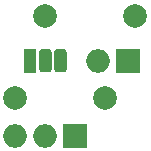
<source format=gbr>
%TF.GenerationSoftware,KiCad,Pcbnew,(5.1.6)-1*%
%TF.CreationDate,2020-09-21T18:41:52-06:00*%
%TF.ProjectId,2n2222 audio amp 2,326e3232-3232-4206-9175-64696f20616d,rev?*%
%TF.SameCoordinates,PX8062360PY5faea10*%
%TF.FileFunction,Copper,L2,Bot*%
%TF.FilePolarity,Positive*%
%FSLAX46Y46*%
G04 Gerber Fmt 4.6, Leading zero omitted, Abs format (unit mm)*
G04 Created by KiCad (PCBNEW (5.1.6)-1) date 2020-09-21 18:41:52*
%MOMM*%
%LPD*%
G01*
G04 APERTURE LIST*
%TA.AperFunction,ComponentPad*%
%ADD10C,2.000000*%
%TD*%
%TA.AperFunction,ComponentPad*%
%ADD11R,1.050000X2.000000*%
%TD*%
%TA.AperFunction,ComponentPad*%
%ADD12O,2.000000X2.000000*%
%TD*%
%TA.AperFunction,ComponentPad*%
%ADD13R,2.000000X2.000000*%
%TD*%
G04 APERTURE END LIST*
D10*
%TO.P,R2,2*%
%TO.N,Net-(J1-Pad2)*%
X10795000Y6350000D03*
%TO.P,R2,1*%
%TO.N,GND*%
X3175000Y6350000D03*
%TD*%
%TO.P,R1,2*%
%TO.N,Net-(J1-Pad1)*%
X13335000Y13335000D03*
%TO.P,R1,1*%
%TO.N,Net-(J1-Pad2)*%
X5715000Y13335000D03*
%TD*%
D11*
%TO.P,Q1,1*%
%TO.N,GND*%
X4445000Y9525000D03*
%TO.P,Q1,3*%
%TO.N,Net-(J2-Pad2)*%
%TA.AperFunction,ComponentPad*%
G36*
G01*
X6460000Y8787500D02*
X6460000Y10262500D01*
G75*
G02*
X6722500Y10525000I262500J0D01*
G01*
X7247500Y10525000D01*
G75*
G02*
X7510000Y10262500I0J-262500D01*
G01*
X7510000Y8787500D01*
G75*
G02*
X7247500Y8525000I-262500J0D01*
G01*
X6722500Y8525000D01*
G75*
G02*
X6460000Y8787500I0J262500D01*
G01*
G37*
%TD.AperFunction*%
%TO.P,Q1,2*%
%TO.N,Net-(J1-Pad2)*%
%TA.AperFunction,ComponentPad*%
G36*
G01*
X5190000Y8787500D02*
X5190000Y10262500D01*
G75*
G02*
X5452500Y10525000I262500J0D01*
G01*
X5977500Y10525000D01*
G75*
G02*
X6240000Y10262500I0J-262500D01*
G01*
X6240000Y8787500D01*
G75*
G02*
X5977500Y8525000I-262500J0D01*
G01*
X5452500Y8525000D01*
G75*
G02*
X5190000Y8787500I0J262500D01*
G01*
G37*
%TD.AperFunction*%
%TD*%
D12*
%TO.P,J2,2*%
%TO.N,Net-(J2-Pad2)*%
X10160000Y9525000D03*
D13*
%TO.P,J2,1*%
%TO.N,Net-(J1-Pad1)*%
X12700000Y9525000D03*
%TD*%
D12*
%TO.P,J1,3*%
%TO.N,GND*%
X3175000Y3175000D03*
%TO.P,J1,2*%
%TO.N,Net-(J1-Pad2)*%
X5715000Y3175000D03*
D13*
%TO.P,J1,1*%
%TO.N,Net-(J1-Pad1)*%
X8255000Y3175000D03*
%TD*%
M02*

</source>
